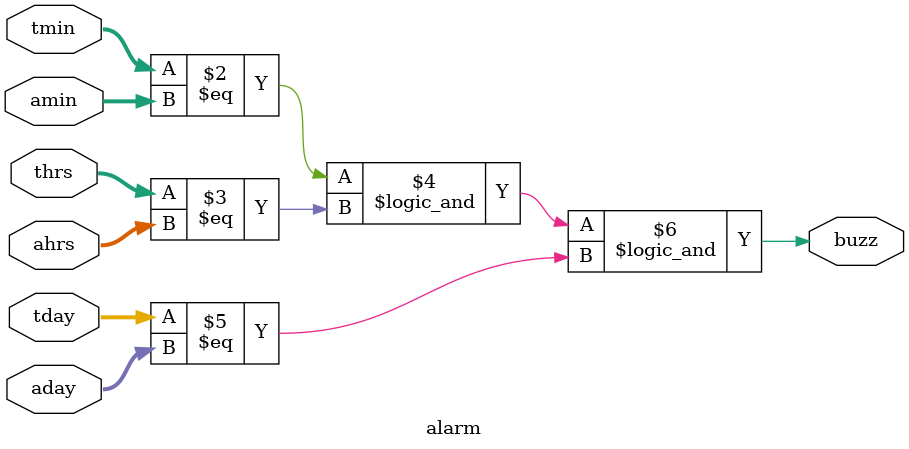
<source format=sv>
module alarm(
  input[6:0]   tmin,
               amin,
			   thrs,
			   ahrs,
               tday,
               aday,						 
  output logic buzz
);

  always_comb begin
    buzz = ((tmin == amin) && (thrs == ahrs) && (tday == aday));
  end
endmodule
</source>
